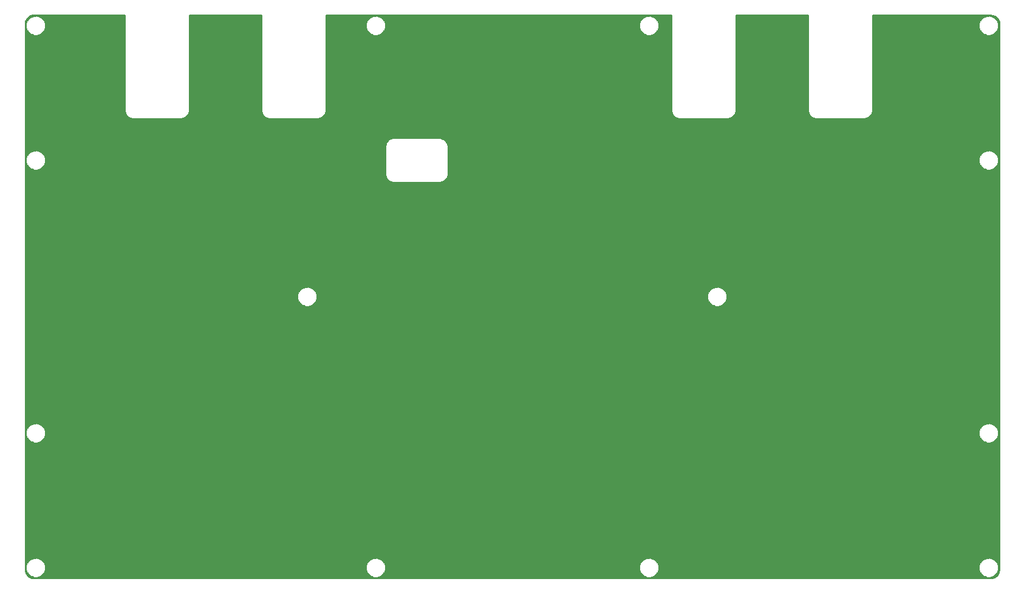
<source format=gtl>
G04 #@! TF.GenerationSoftware,KiCad,Pcbnew,5.0.2-bee76a0~70~ubuntu18.04.1*
G04 #@! TF.CreationDate,2018-12-19T04:06:27+09:00*
G04 #@! TF.ProjectId,modulo-ergo42-bottomplate,6d6f6475-6c6f-42d6-9572-676f34322d62,rev?*
G04 #@! TF.SameCoordinates,Original*
G04 #@! TF.FileFunction,Copper,L1,Top*
G04 #@! TF.FilePolarity,Positive*
%FSLAX46Y46*%
G04 Gerber Fmt 4.6, Leading zero omitted, Abs format (unit mm)*
G04 Created by KiCad (PCBNEW 5.0.2-bee76a0~70~ubuntu18.04.1) date 2018年12月19日 04時06分27秒*
%MOMM*%
%LPD*%
G01*
G04 APERTURE LIST*
G04 #@! TA.AperFunction,NonConductor*
%ADD10C,0.254000*%
G04 #@! TD*
G04 APERTURE END LIST*
D10*
G36*
X69140001Y-48329926D02*
X69153642Y-48398504D01*
X69153642Y-48398514D01*
X69192311Y-48592917D01*
X69254413Y-48742844D01*
X69298326Y-48848859D01*
X69408447Y-49013666D01*
X69506391Y-49111609D01*
X69604334Y-49209553D01*
X69769141Y-49319674D01*
X69919069Y-49381776D01*
X70025083Y-49425689D01*
X70219487Y-49464358D01*
X70219491Y-49464358D01*
X70288074Y-49478000D01*
X77031926Y-49478000D01*
X77100509Y-49464358D01*
X77100514Y-49464358D01*
X77294917Y-49425689D01*
X77444844Y-49363587D01*
X77550859Y-49319674D01*
X77715666Y-49209553D01*
X77813609Y-49111609D01*
X77911553Y-49013666D01*
X78021674Y-48848859D01*
X78112541Y-48629486D01*
X78127689Y-48592917D01*
X78166358Y-48398513D01*
X78166358Y-48398509D01*
X78180000Y-48329926D01*
X78180000Y-35000000D01*
X88190000Y-35000000D01*
X88190001Y-48329926D01*
X88203642Y-48398504D01*
X88203642Y-48398514D01*
X88242311Y-48592917D01*
X88304413Y-48742844D01*
X88348326Y-48848859D01*
X88458447Y-49013666D01*
X88556391Y-49111609D01*
X88654334Y-49209553D01*
X88819141Y-49319674D01*
X88969069Y-49381776D01*
X89075083Y-49425689D01*
X89269487Y-49464358D01*
X89269491Y-49464358D01*
X89338074Y-49478000D01*
X96081926Y-49478000D01*
X96150509Y-49464358D01*
X96150514Y-49464358D01*
X96344917Y-49425689D01*
X96494844Y-49363587D01*
X96600859Y-49319674D01*
X96765666Y-49209553D01*
X96863609Y-49111609D01*
X96961553Y-49013666D01*
X97071674Y-48848859D01*
X97162541Y-48629486D01*
X97177689Y-48592917D01*
X97216358Y-48398513D01*
X97216358Y-48398509D01*
X97230000Y-48329926D01*
X97230000Y-36241302D01*
X102730856Y-36241302D01*
X102743000Y-36483931D01*
X102743000Y-36726881D01*
X102756831Y-36760273D01*
X102758638Y-36796368D01*
X102917603Y-37180143D01*
X102932519Y-37184421D01*
X102955680Y-37240337D01*
X103348663Y-37633320D01*
X103404579Y-37656481D01*
X103408857Y-37671397D01*
X103637655Y-37753024D01*
X103862119Y-37846000D01*
X103898263Y-37846000D01*
X103932302Y-37858144D01*
X104174931Y-37846000D01*
X104417881Y-37846000D01*
X104451273Y-37832169D01*
X104487368Y-37830362D01*
X104871143Y-37671397D01*
X104875421Y-37656481D01*
X104931337Y-37633320D01*
X105324320Y-37240337D01*
X105347481Y-37184421D01*
X105362397Y-37180143D01*
X105444024Y-36951345D01*
X105537000Y-36726881D01*
X105537000Y-36690737D01*
X105549144Y-36656698D01*
X105537000Y-36414069D01*
X105537000Y-36241302D01*
X140830856Y-36241302D01*
X140843000Y-36483931D01*
X140843000Y-36726881D01*
X140856831Y-36760273D01*
X140858638Y-36796368D01*
X141017603Y-37180143D01*
X141032519Y-37184421D01*
X141055680Y-37240337D01*
X141448663Y-37633320D01*
X141504579Y-37656481D01*
X141508857Y-37671397D01*
X141737655Y-37753024D01*
X141962119Y-37846000D01*
X141998263Y-37846000D01*
X142032302Y-37858144D01*
X142274931Y-37846000D01*
X142517881Y-37846000D01*
X142551273Y-37832169D01*
X142587368Y-37830362D01*
X142971143Y-37671397D01*
X142975421Y-37656481D01*
X143031337Y-37633320D01*
X143424320Y-37240337D01*
X143447481Y-37184421D01*
X143462397Y-37180143D01*
X143544024Y-36951345D01*
X143637000Y-36726881D01*
X143637000Y-36690737D01*
X143649144Y-36656698D01*
X143637000Y-36414069D01*
X143637000Y-36171119D01*
X143623169Y-36137727D01*
X143621362Y-36101632D01*
X143462397Y-35717857D01*
X143447481Y-35713579D01*
X143424320Y-35657663D01*
X143031337Y-35264680D01*
X142975421Y-35241519D01*
X142971143Y-35226603D01*
X142742345Y-35144976D01*
X142517881Y-35052000D01*
X142481737Y-35052000D01*
X142447698Y-35039856D01*
X142205069Y-35052000D01*
X141962119Y-35052000D01*
X141928727Y-35065831D01*
X141892632Y-35067638D01*
X141508857Y-35226603D01*
X141504579Y-35241519D01*
X141448663Y-35264680D01*
X141055680Y-35657663D01*
X141032519Y-35713579D01*
X141017603Y-35717857D01*
X140935976Y-35946655D01*
X140843000Y-36171119D01*
X140843000Y-36207263D01*
X140830856Y-36241302D01*
X105537000Y-36241302D01*
X105537000Y-36171119D01*
X105523169Y-36137727D01*
X105521362Y-36101632D01*
X105362397Y-35717857D01*
X105347481Y-35713579D01*
X105324320Y-35657663D01*
X104931337Y-35264680D01*
X104875421Y-35241519D01*
X104871143Y-35226603D01*
X104642345Y-35144976D01*
X104417881Y-35052000D01*
X104381737Y-35052000D01*
X104347698Y-35039856D01*
X104105069Y-35052000D01*
X103862119Y-35052000D01*
X103828727Y-35065831D01*
X103792632Y-35067638D01*
X103408857Y-35226603D01*
X103404579Y-35241519D01*
X103348663Y-35264680D01*
X102955680Y-35657663D01*
X102932519Y-35713579D01*
X102917603Y-35717857D01*
X102835976Y-35946655D01*
X102743000Y-36171119D01*
X102743000Y-36207263D01*
X102730856Y-36241302D01*
X97230000Y-36241302D01*
X97230000Y-35000000D01*
X145340000Y-35000000D01*
X145340001Y-48329926D01*
X145353642Y-48398504D01*
X145353642Y-48398514D01*
X145392311Y-48592917D01*
X145454413Y-48742844D01*
X145498326Y-48848859D01*
X145608447Y-49013666D01*
X145706391Y-49111609D01*
X145804334Y-49209553D01*
X145969141Y-49319674D01*
X146119069Y-49381776D01*
X146225083Y-49425689D01*
X146419487Y-49464358D01*
X146419491Y-49464358D01*
X146488074Y-49478000D01*
X153231926Y-49478000D01*
X153300509Y-49464358D01*
X153300514Y-49464358D01*
X153494917Y-49425689D01*
X153644844Y-49363587D01*
X153750859Y-49319674D01*
X153915666Y-49209553D01*
X154013609Y-49111609D01*
X154111553Y-49013666D01*
X154221674Y-48848859D01*
X154312541Y-48629486D01*
X154327689Y-48592917D01*
X154366358Y-48398513D01*
X154366358Y-48398509D01*
X154380000Y-48329926D01*
X154380000Y-35000000D01*
X164390000Y-35000000D01*
X164390001Y-48329926D01*
X164403642Y-48398504D01*
X164403642Y-48398514D01*
X164442311Y-48592917D01*
X164504413Y-48742844D01*
X164548326Y-48848859D01*
X164658447Y-49013666D01*
X164756391Y-49111609D01*
X164854334Y-49209553D01*
X165019141Y-49319674D01*
X165169069Y-49381776D01*
X165275083Y-49425689D01*
X165469487Y-49464358D01*
X165469491Y-49464358D01*
X165538074Y-49478000D01*
X172281926Y-49478000D01*
X172350509Y-49464358D01*
X172350514Y-49464358D01*
X172544917Y-49425689D01*
X172694844Y-49363587D01*
X172800859Y-49319674D01*
X172965666Y-49209553D01*
X173063609Y-49111609D01*
X173161553Y-49013666D01*
X173271674Y-48848859D01*
X173362541Y-48629486D01*
X173377689Y-48592917D01*
X173416358Y-48398513D01*
X173416358Y-48398509D01*
X173430000Y-48329926D01*
X173430000Y-36241302D01*
X188201856Y-36241302D01*
X188214000Y-36483931D01*
X188214000Y-36726881D01*
X188227831Y-36760273D01*
X188229638Y-36796368D01*
X188388603Y-37180143D01*
X188403519Y-37184421D01*
X188426680Y-37240337D01*
X188819663Y-37633320D01*
X188875579Y-37656481D01*
X188879857Y-37671397D01*
X189108655Y-37753024D01*
X189333119Y-37846000D01*
X189369263Y-37846000D01*
X189403302Y-37858144D01*
X189645931Y-37846000D01*
X189888881Y-37846000D01*
X189922273Y-37832169D01*
X189958368Y-37830362D01*
X190342143Y-37671397D01*
X190346421Y-37656481D01*
X190402337Y-37633320D01*
X190795320Y-37240337D01*
X190818481Y-37184421D01*
X190833397Y-37180143D01*
X190915024Y-36951345D01*
X191008000Y-36726881D01*
X191008000Y-36690737D01*
X191020144Y-36656698D01*
X191008000Y-36414069D01*
X191008000Y-36171119D01*
X190994169Y-36137727D01*
X190992362Y-36101632D01*
X190833397Y-35717857D01*
X190818481Y-35713579D01*
X190795320Y-35657663D01*
X190402337Y-35264680D01*
X190346421Y-35241519D01*
X190342143Y-35226603D01*
X190113345Y-35144976D01*
X189888881Y-35052000D01*
X189852737Y-35052000D01*
X189818698Y-35039856D01*
X189576069Y-35052000D01*
X189333119Y-35052000D01*
X189299727Y-35065831D01*
X189263632Y-35067638D01*
X188879857Y-35226603D01*
X188875579Y-35241519D01*
X188819663Y-35264680D01*
X188426680Y-35657663D01*
X188403519Y-35713579D01*
X188388603Y-35717857D01*
X188306976Y-35946655D01*
X188214000Y-36171119D01*
X188214000Y-36207263D01*
X188201856Y-36241302D01*
X173430000Y-36241302D01*
X173430000Y-35000000D01*
X189814420Y-35000000D01*
X190198364Y-35054985D01*
X190504928Y-35194372D01*
X190760050Y-35414199D01*
X190943218Y-35696792D01*
X191046743Y-36042959D01*
X191060000Y-36221350D01*
X191060001Y-112344413D01*
X191005015Y-112728364D01*
X190865628Y-113034928D01*
X190645804Y-113290047D01*
X190363207Y-113473218D01*
X190017043Y-113576743D01*
X189838649Y-113590000D01*
X56565580Y-113590000D01*
X56181636Y-113535015D01*
X55875072Y-113395628D01*
X55619953Y-113175804D01*
X55436782Y-112893207D01*
X55333257Y-112547043D01*
X55320000Y-112368649D01*
X55320000Y-111933302D01*
X55359856Y-111933302D01*
X55372000Y-112175931D01*
X55372000Y-112418881D01*
X55385831Y-112452273D01*
X55387638Y-112488368D01*
X55546603Y-112872143D01*
X55561519Y-112876421D01*
X55584680Y-112932337D01*
X55977663Y-113325320D01*
X56033579Y-113348481D01*
X56037857Y-113363397D01*
X56266655Y-113445024D01*
X56491119Y-113538000D01*
X56527263Y-113538000D01*
X56561302Y-113550144D01*
X56803931Y-113538000D01*
X57046881Y-113538000D01*
X57080273Y-113524169D01*
X57116368Y-113522362D01*
X57500143Y-113363397D01*
X57504421Y-113348481D01*
X57560337Y-113325320D01*
X57953320Y-112932337D01*
X57976481Y-112876421D01*
X57991397Y-112872143D01*
X58073024Y-112643345D01*
X58166000Y-112418881D01*
X58166000Y-112382737D01*
X58178144Y-112348698D01*
X58166000Y-112106069D01*
X58166000Y-111933302D01*
X102730856Y-111933302D01*
X102743000Y-112175931D01*
X102743000Y-112418881D01*
X102756831Y-112452273D01*
X102758638Y-112488368D01*
X102917603Y-112872143D01*
X102932519Y-112876421D01*
X102955680Y-112932337D01*
X103348663Y-113325320D01*
X103404579Y-113348481D01*
X103408857Y-113363397D01*
X103637655Y-113445024D01*
X103862119Y-113538000D01*
X103898263Y-113538000D01*
X103932302Y-113550144D01*
X104174931Y-113538000D01*
X104417881Y-113538000D01*
X104451273Y-113524169D01*
X104487368Y-113522362D01*
X104871143Y-113363397D01*
X104875421Y-113348481D01*
X104931337Y-113325320D01*
X105324320Y-112932337D01*
X105347481Y-112876421D01*
X105362397Y-112872143D01*
X105444024Y-112643345D01*
X105537000Y-112418881D01*
X105537000Y-112382737D01*
X105549144Y-112348698D01*
X105537000Y-112106069D01*
X105537000Y-111933302D01*
X140830856Y-111933302D01*
X140843000Y-112175931D01*
X140843000Y-112418881D01*
X140856831Y-112452273D01*
X140858638Y-112488368D01*
X141017603Y-112872143D01*
X141032519Y-112876421D01*
X141055680Y-112932337D01*
X141448663Y-113325320D01*
X141504579Y-113348481D01*
X141508857Y-113363397D01*
X141737655Y-113445024D01*
X141962119Y-113538000D01*
X141998263Y-113538000D01*
X142032302Y-113550144D01*
X142274931Y-113538000D01*
X142517881Y-113538000D01*
X142551273Y-113524169D01*
X142587368Y-113522362D01*
X142971143Y-113363397D01*
X142975421Y-113348481D01*
X143031337Y-113325320D01*
X143424320Y-112932337D01*
X143447481Y-112876421D01*
X143462397Y-112872143D01*
X143544024Y-112643345D01*
X143637000Y-112418881D01*
X143637000Y-112382737D01*
X143649144Y-112348698D01*
X143637000Y-112106069D01*
X143637000Y-111933302D01*
X188201856Y-111933302D01*
X188214000Y-112175931D01*
X188214000Y-112418881D01*
X188227831Y-112452273D01*
X188229638Y-112488368D01*
X188388603Y-112872143D01*
X188403519Y-112876421D01*
X188426680Y-112932337D01*
X188819663Y-113325320D01*
X188875579Y-113348481D01*
X188879857Y-113363397D01*
X189108655Y-113445024D01*
X189333119Y-113538000D01*
X189369263Y-113538000D01*
X189403302Y-113550144D01*
X189645931Y-113538000D01*
X189888881Y-113538000D01*
X189922273Y-113524169D01*
X189958368Y-113522362D01*
X190342143Y-113363397D01*
X190346421Y-113348481D01*
X190402337Y-113325320D01*
X190795320Y-112932337D01*
X190818481Y-112876421D01*
X190833397Y-112872143D01*
X190915024Y-112643345D01*
X191008000Y-112418881D01*
X191008000Y-112382737D01*
X191020144Y-112348698D01*
X191008000Y-112106069D01*
X191008000Y-111863119D01*
X190994169Y-111829727D01*
X190992362Y-111793632D01*
X190833397Y-111409857D01*
X190818481Y-111405579D01*
X190795320Y-111349663D01*
X190402337Y-110956680D01*
X190346421Y-110933519D01*
X190342143Y-110918603D01*
X190113345Y-110836976D01*
X189888881Y-110744000D01*
X189852737Y-110744000D01*
X189818698Y-110731856D01*
X189576069Y-110744000D01*
X189333119Y-110744000D01*
X189299727Y-110757831D01*
X189263632Y-110759638D01*
X188879857Y-110918603D01*
X188875579Y-110933519D01*
X188819663Y-110956680D01*
X188426680Y-111349663D01*
X188403519Y-111405579D01*
X188388603Y-111409857D01*
X188306976Y-111638655D01*
X188214000Y-111863119D01*
X188214000Y-111899263D01*
X188201856Y-111933302D01*
X143637000Y-111933302D01*
X143637000Y-111863119D01*
X143623169Y-111829727D01*
X143621362Y-111793632D01*
X143462397Y-111409857D01*
X143447481Y-111405579D01*
X143424320Y-111349663D01*
X143031337Y-110956680D01*
X142975421Y-110933519D01*
X142971143Y-110918603D01*
X142742345Y-110836976D01*
X142517881Y-110744000D01*
X142481737Y-110744000D01*
X142447698Y-110731856D01*
X142205069Y-110744000D01*
X141962119Y-110744000D01*
X141928727Y-110757831D01*
X141892632Y-110759638D01*
X141508857Y-110918603D01*
X141504579Y-110933519D01*
X141448663Y-110956680D01*
X141055680Y-111349663D01*
X141032519Y-111405579D01*
X141017603Y-111409857D01*
X140935976Y-111638655D01*
X140843000Y-111863119D01*
X140843000Y-111899263D01*
X140830856Y-111933302D01*
X105537000Y-111933302D01*
X105537000Y-111863119D01*
X105523169Y-111829727D01*
X105521362Y-111793632D01*
X105362397Y-111409857D01*
X105347481Y-111405579D01*
X105324320Y-111349663D01*
X104931337Y-110956680D01*
X104875421Y-110933519D01*
X104871143Y-110918603D01*
X104642345Y-110836976D01*
X104417881Y-110744000D01*
X104381737Y-110744000D01*
X104347698Y-110731856D01*
X104105069Y-110744000D01*
X103862119Y-110744000D01*
X103828727Y-110757831D01*
X103792632Y-110759638D01*
X103408857Y-110918603D01*
X103404579Y-110933519D01*
X103348663Y-110956680D01*
X102955680Y-111349663D01*
X102932519Y-111405579D01*
X102917603Y-111409857D01*
X102835976Y-111638655D01*
X102743000Y-111863119D01*
X102743000Y-111899263D01*
X102730856Y-111933302D01*
X58166000Y-111933302D01*
X58166000Y-111863119D01*
X58152169Y-111829727D01*
X58150362Y-111793632D01*
X57991397Y-111409857D01*
X57976481Y-111405579D01*
X57953320Y-111349663D01*
X57560337Y-110956680D01*
X57504421Y-110933519D01*
X57500143Y-110918603D01*
X57271345Y-110836976D01*
X57046881Y-110744000D01*
X57010737Y-110744000D01*
X56976698Y-110731856D01*
X56734069Y-110744000D01*
X56491119Y-110744000D01*
X56457727Y-110757831D01*
X56421632Y-110759638D01*
X56037857Y-110918603D01*
X56033579Y-110933519D01*
X55977663Y-110956680D01*
X55584680Y-111349663D01*
X55561519Y-111405579D01*
X55546603Y-111409857D01*
X55464976Y-111638655D01*
X55372000Y-111863119D01*
X55372000Y-111899263D01*
X55359856Y-111933302D01*
X55320000Y-111933302D01*
X55320000Y-93137302D01*
X55359856Y-93137302D01*
X55372000Y-93379931D01*
X55372000Y-93622881D01*
X55385831Y-93656273D01*
X55387638Y-93692368D01*
X55546603Y-94076143D01*
X55561519Y-94080421D01*
X55584680Y-94136337D01*
X55977663Y-94529320D01*
X56033579Y-94552481D01*
X56037857Y-94567397D01*
X56266655Y-94649024D01*
X56491119Y-94742000D01*
X56527263Y-94742000D01*
X56561302Y-94754144D01*
X56803931Y-94742000D01*
X57046881Y-94742000D01*
X57080273Y-94728169D01*
X57116368Y-94726362D01*
X57500143Y-94567397D01*
X57504421Y-94552481D01*
X57560337Y-94529320D01*
X57953320Y-94136337D01*
X57976481Y-94080421D01*
X57991397Y-94076143D01*
X58073024Y-93847345D01*
X58166000Y-93622881D01*
X58166000Y-93586737D01*
X58178144Y-93552698D01*
X58166000Y-93310069D01*
X58166000Y-93137302D01*
X188201856Y-93137302D01*
X188214000Y-93379931D01*
X188214000Y-93622881D01*
X188227831Y-93656273D01*
X188229638Y-93692368D01*
X188388603Y-94076143D01*
X188403519Y-94080421D01*
X188426680Y-94136337D01*
X188819663Y-94529320D01*
X188875579Y-94552481D01*
X188879857Y-94567397D01*
X189108655Y-94649024D01*
X189333119Y-94742000D01*
X189369263Y-94742000D01*
X189403302Y-94754144D01*
X189645931Y-94742000D01*
X189888881Y-94742000D01*
X189922273Y-94728169D01*
X189958368Y-94726362D01*
X190342143Y-94567397D01*
X190346421Y-94552481D01*
X190402337Y-94529320D01*
X190795320Y-94136337D01*
X190818481Y-94080421D01*
X190833397Y-94076143D01*
X190915024Y-93847345D01*
X191008000Y-93622881D01*
X191008000Y-93586737D01*
X191020144Y-93552698D01*
X191008000Y-93310069D01*
X191008000Y-93067119D01*
X190994169Y-93033727D01*
X190992362Y-92997632D01*
X190833397Y-92613857D01*
X190818481Y-92609579D01*
X190795320Y-92553663D01*
X190402337Y-92160680D01*
X190346421Y-92137519D01*
X190342143Y-92122603D01*
X190113345Y-92040976D01*
X189888881Y-91948000D01*
X189852737Y-91948000D01*
X189818698Y-91935856D01*
X189576069Y-91948000D01*
X189333119Y-91948000D01*
X189299727Y-91961831D01*
X189263632Y-91963638D01*
X188879857Y-92122603D01*
X188875579Y-92137519D01*
X188819663Y-92160680D01*
X188426680Y-92553663D01*
X188403519Y-92609579D01*
X188388603Y-92613857D01*
X188306976Y-92842655D01*
X188214000Y-93067119D01*
X188214000Y-93103263D01*
X188201856Y-93137302D01*
X58166000Y-93137302D01*
X58166000Y-93067119D01*
X58152169Y-93033727D01*
X58150362Y-92997632D01*
X57991397Y-92613857D01*
X57976481Y-92609579D01*
X57953320Y-92553663D01*
X57560337Y-92160680D01*
X57504421Y-92137519D01*
X57500143Y-92122603D01*
X57271345Y-92040976D01*
X57046881Y-91948000D01*
X57010737Y-91948000D01*
X56976698Y-91935856D01*
X56734069Y-91948000D01*
X56491119Y-91948000D01*
X56457727Y-91961831D01*
X56421632Y-91963638D01*
X56037857Y-92122603D01*
X56033579Y-92137519D01*
X55977663Y-92160680D01*
X55584680Y-92553663D01*
X55561519Y-92609579D01*
X55546603Y-92613857D01*
X55464976Y-92842655D01*
X55372000Y-93067119D01*
X55372000Y-93103263D01*
X55359856Y-93137302D01*
X55320000Y-93137302D01*
X55320000Y-74087302D01*
X93205856Y-74087302D01*
X93218000Y-74329931D01*
X93218000Y-74572881D01*
X93231831Y-74606273D01*
X93233638Y-74642368D01*
X93392603Y-75026143D01*
X93407519Y-75030421D01*
X93430680Y-75086337D01*
X93823663Y-75479320D01*
X93879579Y-75502481D01*
X93883857Y-75517397D01*
X94112655Y-75599024D01*
X94337119Y-75692000D01*
X94373263Y-75692000D01*
X94407302Y-75704144D01*
X94649931Y-75692000D01*
X94892881Y-75692000D01*
X94926273Y-75678169D01*
X94962368Y-75676362D01*
X95346143Y-75517397D01*
X95350421Y-75502481D01*
X95406337Y-75479320D01*
X95799320Y-75086337D01*
X95822481Y-75030421D01*
X95837397Y-75026143D01*
X95919024Y-74797345D01*
X96012000Y-74572881D01*
X96012000Y-74536737D01*
X96024144Y-74502698D01*
X96012000Y-74260069D01*
X96012000Y-74087302D01*
X150355856Y-74087302D01*
X150368000Y-74329931D01*
X150368000Y-74572881D01*
X150381831Y-74606273D01*
X150383638Y-74642368D01*
X150542603Y-75026143D01*
X150557519Y-75030421D01*
X150580680Y-75086337D01*
X150973663Y-75479320D01*
X151029579Y-75502481D01*
X151033857Y-75517397D01*
X151262655Y-75599024D01*
X151487119Y-75692000D01*
X151523263Y-75692000D01*
X151557302Y-75704144D01*
X151799931Y-75692000D01*
X152042881Y-75692000D01*
X152076273Y-75678169D01*
X152112368Y-75676362D01*
X152496143Y-75517397D01*
X152500421Y-75502481D01*
X152556337Y-75479320D01*
X152949320Y-75086337D01*
X152972481Y-75030421D01*
X152987397Y-75026143D01*
X153069024Y-74797345D01*
X153162000Y-74572881D01*
X153162000Y-74536737D01*
X153174144Y-74502698D01*
X153162000Y-74260069D01*
X153162000Y-74017119D01*
X153148169Y-73983727D01*
X153146362Y-73947632D01*
X152987397Y-73563857D01*
X152972481Y-73559579D01*
X152949320Y-73503663D01*
X152556337Y-73110680D01*
X152500421Y-73087519D01*
X152496143Y-73072603D01*
X152267345Y-72990976D01*
X152042881Y-72898000D01*
X152006737Y-72898000D01*
X151972698Y-72885856D01*
X151730069Y-72898000D01*
X151487119Y-72898000D01*
X151453727Y-72911831D01*
X151417632Y-72913638D01*
X151033857Y-73072603D01*
X151029579Y-73087519D01*
X150973663Y-73110680D01*
X150580680Y-73503663D01*
X150557519Y-73559579D01*
X150542603Y-73563857D01*
X150460976Y-73792655D01*
X150368000Y-74017119D01*
X150368000Y-74053263D01*
X150355856Y-74087302D01*
X96012000Y-74087302D01*
X96012000Y-74017119D01*
X95998169Y-73983727D01*
X95996362Y-73947632D01*
X95837397Y-73563857D01*
X95822481Y-73559579D01*
X95799320Y-73503663D01*
X95406337Y-73110680D01*
X95350421Y-73087519D01*
X95346143Y-73072603D01*
X95117345Y-72990976D01*
X94892881Y-72898000D01*
X94856737Y-72898000D01*
X94822698Y-72885856D01*
X94580069Y-72898000D01*
X94337119Y-72898000D01*
X94303727Y-72911831D01*
X94267632Y-72913638D01*
X93883857Y-73072603D01*
X93879579Y-73087519D01*
X93823663Y-73110680D01*
X93430680Y-73503663D01*
X93407519Y-73559579D01*
X93392603Y-73563857D01*
X93310976Y-73792655D01*
X93218000Y-74017119D01*
X93218000Y-74053263D01*
X93205856Y-74087302D01*
X55320000Y-74087302D01*
X55320000Y-55037302D01*
X55359856Y-55037302D01*
X55372000Y-55279931D01*
X55372000Y-55522881D01*
X55385831Y-55556273D01*
X55387638Y-55592368D01*
X55546603Y-55976143D01*
X55561519Y-55980421D01*
X55584680Y-56036337D01*
X55977663Y-56429320D01*
X56033579Y-56452481D01*
X56037857Y-56467397D01*
X56266655Y-56549024D01*
X56491119Y-56642000D01*
X56527263Y-56642000D01*
X56561302Y-56654144D01*
X56803931Y-56642000D01*
X57046881Y-56642000D01*
X57080273Y-56628169D01*
X57116368Y-56626362D01*
X57500143Y-56467397D01*
X57504421Y-56452481D01*
X57560337Y-56429320D01*
X57953320Y-56036337D01*
X57976481Y-55980421D01*
X57991397Y-55976143D01*
X58073024Y-55747345D01*
X58166000Y-55522881D01*
X58166000Y-55486737D01*
X58178144Y-55452698D01*
X58166000Y-55210069D01*
X58166000Y-54967119D01*
X58152169Y-54933727D01*
X58150362Y-54897632D01*
X57991397Y-54513857D01*
X57976481Y-54509579D01*
X57953320Y-54453663D01*
X57560337Y-54060680D01*
X57504421Y-54037519D01*
X57500143Y-54022603D01*
X57271345Y-53940976D01*
X57046881Y-53848000D01*
X57010737Y-53848000D01*
X56976698Y-53835856D01*
X56734069Y-53848000D01*
X56491119Y-53848000D01*
X56457727Y-53861831D01*
X56421632Y-53863638D01*
X56037857Y-54022603D01*
X56033579Y-54037519D01*
X55977663Y-54060680D01*
X55584680Y-54453663D01*
X55561519Y-54509579D01*
X55546603Y-54513857D01*
X55464976Y-54742655D01*
X55372000Y-54967119D01*
X55372000Y-55003263D01*
X55359856Y-55037302D01*
X55320000Y-55037302D01*
X55320000Y-53270075D01*
X105462000Y-53270075D01*
X105462001Y-57219926D01*
X105475642Y-57288504D01*
X105475642Y-57288514D01*
X105514311Y-57482917D01*
X105576413Y-57632844D01*
X105620326Y-57738859D01*
X105730447Y-57903666D01*
X105828391Y-58001609D01*
X105926334Y-58099553D01*
X106091141Y-58209674D01*
X106241069Y-58271776D01*
X106347083Y-58315689D01*
X106541487Y-58354358D01*
X106541491Y-58354358D01*
X106610074Y-58368000D01*
X113099926Y-58368000D01*
X113168509Y-58354358D01*
X113168514Y-58354358D01*
X113362917Y-58315689D01*
X113512844Y-58253587D01*
X113618859Y-58209674D01*
X113783666Y-58099553D01*
X113881609Y-58001609D01*
X113979553Y-57903666D01*
X114089674Y-57738859D01*
X114180541Y-57519486D01*
X114195689Y-57482917D01*
X114234358Y-57288513D01*
X114234358Y-57288509D01*
X114248000Y-57219926D01*
X114248000Y-55037302D01*
X188201856Y-55037302D01*
X188214000Y-55279931D01*
X188214000Y-55522881D01*
X188227831Y-55556273D01*
X188229638Y-55592368D01*
X188388603Y-55976143D01*
X188403519Y-55980421D01*
X188426680Y-56036337D01*
X188819663Y-56429320D01*
X188875579Y-56452481D01*
X188879857Y-56467397D01*
X189108655Y-56549024D01*
X189333119Y-56642000D01*
X189369263Y-56642000D01*
X189403302Y-56654144D01*
X189645931Y-56642000D01*
X189888881Y-56642000D01*
X189922273Y-56628169D01*
X189958368Y-56626362D01*
X190342143Y-56467397D01*
X190346421Y-56452481D01*
X190402337Y-56429320D01*
X190795320Y-56036337D01*
X190818481Y-55980421D01*
X190833397Y-55976143D01*
X190915024Y-55747345D01*
X191008000Y-55522881D01*
X191008000Y-55486737D01*
X191020144Y-55452698D01*
X191008000Y-55210069D01*
X191008000Y-54967119D01*
X190994169Y-54933727D01*
X190992362Y-54897632D01*
X190833397Y-54513857D01*
X190818481Y-54509579D01*
X190795320Y-54453663D01*
X190402337Y-54060680D01*
X190346421Y-54037519D01*
X190342143Y-54022603D01*
X190113345Y-53940976D01*
X189888881Y-53848000D01*
X189852737Y-53848000D01*
X189818698Y-53835856D01*
X189576069Y-53848000D01*
X189333119Y-53848000D01*
X189299727Y-53861831D01*
X189263632Y-53863638D01*
X188879857Y-54022603D01*
X188875579Y-54037519D01*
X188819663Y-54060680D01*
X188426680Y-54453663D01*
X188403519Y-54509579D01*
X188388603Y-54513857D01*
X188306976Y-54742655D01*
X188214000Y-54967119D01*
X188214000Y-55003263D01*
X188201856Y-55037302D01*
X114248000Y-55037302D01*
X114248000Y-53270074D01*
X114234358Y-53201491D01*
X114234358Y-53201487D01*
X114195689Y-53007083D01*
X114151776Y-52901069D01*
X114089674Y-52751141D01*
X113979553Y-52586334D01*
X113842457Y-52449239D01*
X113783666Y-52390447D01*
X113618859Y-52280326D01*
X113512844Y-52236413D01*
X113362917Y-52174311D01*
X113168514Y-52135642D01*
X113168509Y-52135642D01*
X113099926Y-52122000D01*
X106610074Y-52122000D01*
X106541491Y-52135642D01*
X106541487Y-52135642D01*
X106347083Y-52174311D01*
X106241069Y-52218224D01*
X106091141Y-52280326D01*
X105926334Y-52390447D01*
X105867543Y-52449239D01*
X105730447Y-52586334D01*
X105620326Y-52751141D01*
X105588441Y-52828119D01*
X105514311Y-53007083D01*
X105475642Y-53201486D01*
X105475642Y-53201492D01*
X105462000Y-53270075D01*
X55320000Y-53270075D01*
X55320000Y-36245580D01*
X55320612Y-36241302D01*
X55359856Y-36241302D01*
X55372000Y-36483931D01*
X55372000Y-36726881D01*
X55385831Y-36760273D01*
X55387638Y-36796368D01*
X55546603Y-37180143D01*
X55561519Y-37184421D01*
X55584680Y-37240337D01*
X55977663Y-37633320D01*
X56033579Y-37656481D01*
X56037857Y-37671397D01*
X56266655Y-37753024D01*
X56491119Y-37846000D01*
X56527263Y-37846000D01*
X56561302Y-37858144D01*
X56803931Y-37846000D01*
X57046881Y-37846000D01*
X57080273Y-37832169D01*
X57116368Y-37830362D01*
X57500143Y-37671397D01*
X57504421Y-37656481D01*
X57560337Y-37633320D01*
X57953320Y-37240337D01*
X57976481Y-37184421D01*
X57991397Y-37180143D01*
X58073024Y-36951345D01*
X58166000Y-36726881D01*
X58166000Y-36690737D01*
X58178144Y-36656698D01*
X58166000Y-36414069D01*
X58166000Y-36171119D01*
X58152169Y-36137727D01*
X58150362Y-36101632D01*
X57991397Y-35717857D01*
X57976481Y-35713579D01*
X57953320Y-35657663D01*
X57560337Y-35264680D01*
X57504421Y-35241519D01*
X57500143Y-35226603D01*
X57271345Y-35144976D01*
X57046881Y-35052000D01*
X57010737Y-35052000D01*
X56976698Y-35039856D01*
X56734069Y-35052000D01*
X56491119Y-35052000D01*
X56457727Y-35065831D01*
X56421632Y-35067638D01*
X56037857Y-35226603D01*
X56033579Y-35241519D01*
X55977663Y-35264680D01*
X55584680Y-35657663D01*
X55561519Y-35713579D01*
X55546603Y-35717857D01*
X55464976Y-35946655D01*
X55372000Y-36171119D01*
X55372000Y-36207263D01*
X55359856Y-36241302D01*
X55320612Y-36241302D01*
X55374985Y-35861636D01*
X55514372Y-35555072D01*
X55734199Y-35299950D01*
X56016792Y-35116782D01*
X56362959Y-35013257D01*
X56541350Y-35000000D01*
X69140000Y-35000000D01*
X69140001Y-48329926D01*
X69140001Y-48329926D01*
G37*
X69140001Y-48329926D02*
X69153642Y-48398504D01*
X69153642Y-48398514D01*
X69192311Y-48592917D01*
X69254413Y-48742844D01*
X69298326Y-48848859D01*
X69408447Y-49013666D01*
X69506391Y-49111609D01*
X69604334Y-49209553D01*
X69769141Y-49319674D01*
X69919069Y-49381776D01*
X70025083Y-49425689D01*
X70219487Y-49464358D01*
X70219491Y-49464358D01*
X70288074Y-49478000D01*
X77031926Y-49478000D01*
X77100509Y-49464358D01*
X77100514Y-49464358D01*
X77294917Y-49425689D01*
X77444844Y-49363587D01*
X77550859Y-49319674D01*
X77715666Y-49209553D01*
X77813609Y-49111609D01*
X77911553Y-49013666D01*
X78021674Y-48848859D01*
X78112541Y-48629486D01*
X78127689Y-48592917D01*
X78166358Y-48398513D01*
X78166358Y-48398509D01*
X78180000Y-48329926D01*
X78180000Y-35000000D01*
X88190000Y-35000000D01*
X88190001Y-48329926D01*
X88203642Y-48398504D01*
X88203642Y-48398514D01*
X88242311Y-48592917D01*
X88304413Y-48742844D01*
X88348326Y-48848859D01*
X88458447Y-49013666D01*
X88556391Y-49111609D01*
X88654334Y-49209553D01*
X88819141Y-49319674D01*
X88969069Y-49381776D01*
X89075083Y-49425689D01*
X89269487Y-49464358D01*
X89269491Y-49464358D01*
X89338074Y-49478000D01*
X96081926Y-49478000D01*
X96150509Y-49464358D01*
X96150514Y-49464358D01*
X96344917Y-49425689D01*
X96494844Y-49363587D01*
X96600859Y-49319674D01*
X96765666Y-49209553D01*
X96863609Y-49111609D01*
X96961553Y-49013666D01*
X97071674Y-48848859D01*
X97162541Y-48629486D01*
X97177689Y-48592917D01*
X97216358Y-48398513D01*
X97216358Y-48398509D01*
X97230000Y-48329926D01*
X97230000Y-36241302D01*
X102730856Y-36241302D01*
X102743000Y-36483931D01*
X102743000Y-36726881D01*
X102756831Y-36760273D01*
X102758638Y-36796368D01*
X102917603Y-37180143D01*
X102932519Y-37184421D01*
X102955680Y-37240337D01*
X103348663Y-37633320D01*
X103404579Y-37656481D01*
X103408857Y-37671397D01*
X103637655Y-37753024D01*
X103862119Y-37846000D01*
X103898263Y-37846000D01*
X103932302Y-37858144D01*
X104174931Y-37846000D01*
X104417881Y-37846000D01*
X104451273Y-37832169D01*
X104487368Y-37830362D01*
X104871143Y-37671397D01*
X104875421Y-37656481D01*
X104931337Y-37633320D01*
X105324320Y-37240337D01*
X105347481Y-37184421D01*
X105362397Y-37180143D01*
X105444024Y-36951345D01*
X105537000Y-36726881D01*
X105537000Y-36690737D01*
X105549144Y-36656698D01*
X105537000Y-36414069D01*
X105537000Y-36241302D01*
X140830856Y-36241302D01*
X140843000Y-36483931D01*
X140843000Y-36726881D01*
X140856831Y-36760273D01*
X140858638Y-36796368D01*
X141017603Y-37180143D01*
X141032519Y-37184421D01*
X141055680Y-37240337D01*
X141448663Y-37633320D01*
X141504579Y-37656481D01*
X141508857Y-37671397D01*
X141737655Y-37753024D01*
X141962119Y-37846000D01*
X141998263Y-37846000D01*
X142032302Y-37858144D01*
X142274931Y-37846000D01*
X142517881Y-37846000D01*
X142551273Y-37832169D01*
X142587368Y-37830362D01*
X142971143Y-37671397D01*
X142975421Y-37656481D01*
X143031337Y-37633320D01*
X143424320Y-37240337D01*
X143447481Y-37184421D01*
X143462397Y-37180143D01*
X143544024Y-36951345D01*
X143637000Y-36726881D01*
X143637000Y-36690737D01*
X143649144Y-36656698D01*
X143637000Y-36414069D01*
X143637000Y-36171119D01*
X143623169Y-36137727D01*
X143621362Y-36101632D01*
X143462397Y-35717857D01*
X143447481Y-35713579D01*
X143424320Y-35657663D01*
X143031337Y-35264680D01*
X142975421Y-35241519D01*
X142971143Y-35226603D01*
X142742345Y-35144976D01*
X142517881Y-35052000D01*
X142481737Y-35052000D01*
X142447698Y-35039856D01*
X142205069Y-35052000D01*
X141962119Y-35052000D01*
X141928727Y-35065831D01*
X141892632Y-35067638D01*
X141508857Y-35226603D01*
X141504579Y-35241519D01*
X141448663Y-35264680D01*
X141055680Y-35657663D01*
X141032519Y-35713579D01*
X141017603Y-35717857D01*
X140935976Y-35946655D01*
X140843000Y-36171119D01*
X140843000Y-36207263D01*
X140830856Y-36241302D01*
X105537000Y-36241302D01*
X105537000Y-36171119D01*
X105523169Y-36137727D01*
X105521362Y-36101632D01*
X105362397Y-35717857D01*
X105347481Y-35713579D01*
X105324320Y-35657663D01*
X104931337Y-35264680D01*
X104875421Y-35241519D01*
X104871143Y-35226603D01*
X104642345Y-35144976D01*
X104417881Y-35052000D01*
X104381737Y-35052000D01*
X104347698Y-35039856D01*
X104105069Y-35052000D01*
X103862119Y-35052000D01*
X103828727Y-35065831D01*
X103792632Y-35067638D01*
X103408857Y-35226603D01*
X103404579Y-35241519D01*
X103348663Y-35264680D01*
X102955680Y-35657663D01*
X102932519Y-35713579D01*
X102917603Y-35717857D01*
X102835976Y-35946655D01*
X102743000Y-36171119D01*
X102743000Y-36207263D01*
X102730856Y-36241302D01*
X97230000Y-36241302D01*
X97230000Y-35000000D01*
X145340000Y-35000000D01*
X145340001Y-48329926D01*
X145353642Y-48398504D01*
X145353642Y-48398514D01*
X145392311Y-48592917D01*
X145454413Y-48742844D01*
X145498326Y-48848859D01*
X145608447Y-49013666D01*
X145706391Y-49111609D01*
X145804334Y-49209553D01*
X145969141Y-49319674D01*
X146119069Y-49381776D01*
X146225083Y-49425689D01*
X146419487Y-49464358D01*
X146419491Y-49464358D01*
X146488074Y-49478000D01*
X153231926Y-49478000D01*
X153300509Y-49464358D01*
X153300514Y-49464358D01*
X153494917Y-49425689D01*
X153644844Y-49363587D01*
X153750859Y-49319674D01*
X153915666Y-49209553D01*
X154013609Y-49111609D01*
X154111553Y-49013666D01*
X154221674Y-48848859D01*
X154312541Y-48629486D01*
X154327689Y-48592917D01*
X154366358Y-48398513D01*
X154366358Y-48398509D01*
X154380000Y-48329926D01*
X154380000Y-35000000D01*
X164390000Y-35000000D01*
X164390001Y-48329926D01*
X164403642Y-48398504D01*
X164403642Y-48398514D01*
X164442311Y-48592917D01*
X164504413Y-48742844D01*
X164548326Y-48848859D01*
X164658447Y-49013666D01*
X164756391Y-49111609D01*
X164854334Y-49209553D01*
X165019141Y-49319674D01*
X165169069Y-49381776D01*
X165275083Y-49425689D01*
X165469487Y-49464358D01*
X165469491Y-49464358D01*
X165538074Y-49478000D01*
X172281926Y-49478000D01*
X172350509Y-49464358D01*
X172350514Y-49464358D01*
X172544917Y-49425689D01*
X172694844Y-49363587D01*
X172800859Y-49319674D01*
X172965666Y-49209553D01*
X173063609Y-49111609D01*
X173161553Y-49013666D01*
X173271674Y-48848859D01*
X173362541Y-48629486D01*
X173377689Y-48592917D01*
X173416358Y-48398513D01*
X173416358Y-48398509D01*
X173430000Y-48329926D01*
X173430000Y-36241302D01*
X188201856Y-36241302D01*
X188214000Y-36483931D01*
X188214000Y-36726881D01*
X188227831Y-36760273D01*
X188229638Y-36796368D01*
X188388603Y-37180143D01*
X188403519Y-37184421D01*
X188426680Y-37240337D01*
X188819663Y-37633320D01*
X188875579Y-37656481D01*
X188879857Y-37671397D01*
X189108655Y-37753024D01*
X189333119Y-37846000D01*
X189369263Y-37846000D01*
X189403302Y-37858144D01*
X189645931Y-37846000D01*
X189888881Y-37846000D01*
X189922273Y-37832169D01*
X189958368Y-37830362D01*
X190342143Y-37671397D01*
X190346421Y-37656481D01*
X190402337Y-37633320D01*
X190795320Y-37240337D01*
X190818481Y-37184421D01*
X190833397Y-37180143D01*
X190915024Y-36951345D01*
X191008000Y-36726881D01*
X191008000Y-36690737D01*
X191020144Y-36656698D01*
X191008000Y-36414069D01*
X191008000Y-36171119D01*
X190994169Y-36137727D01*
X190992362Y-36101632D01*
X190833397Y-35717857D01*
X190818481Y-35713579D01*
X190795320Y-35657663D01*
X190402337Y-35264680D01*
X190346421Y-35241519D01*
X190342143Y-35226603D01*
X190113345Y-35144976D01*
X189888881Y-35052000D01*
X189852737Y-35052000D01*
X189818698Y-35039856D01*
X189576069Y-35052000D01*
X189333119Y-35052000D01*
X189299727Y-35065831D01*
X189263632Y-35067638D01*
X188879857Y-35226603D01*
X188875579Y-35241519D01*
X188819663Y-35264680D01*
X188426680Y-35657663D01*
X188403519Y-35713579D01*
X188388603Y-35717857D01*
X188306976Y-35946655D01*
X188214000Y-36171119D01*
X188214000Y-36207263D01*
X188201856Y-36241302D01*
X173430000Y-36241302D01*
X173430000Y-35000000D01*
X189814420Y-35000000D01*
X190198364Y-35054985D01*
X190504928Y-35194372D01*
X190760050Y-35414199D01*
X190943218Y-35696792D01*
X191046743Y-36042959D01*
X191060000Y-36221350D01*
X191060001Y-112344413D01*
X191005015Y-112728364D01*
X190865628Y-113034928D01*
X190645804Y-113290047D01*
X190363207Y-113473218D01*
X190017043Y-113576743D01*
X189838649Y-113590000D01*
X56565580Y-113590000D01*
X56181636Y-113535015D01*
X55875072Y-113395628D01*
X55619953Y-113175804D01*
X55436782Y-112893207D01*
X55333257Y-112547043D01*
X55320000Y-112368649D01*
X55320000Y-111933302D01*
X55359856Y-111933302D01*
X55372000Y-112175931D01*
X55372000Y-112418881D01*
X55385831Y-112452273D01*
X55387638Y-112488368D01*
X55546603Y-112872143D01*
X55561519Y-112876421D01*
X55584680Y-112932337D01*
X55977663Y-113325320D01*
X56033579Y-113348481D01*
X56037857Y-113363397D01*
X56266655Y-113445024D01*
X56491119Y-113538000D01*
X56527263Y-113538000D01*
X56561302Y-113550144D01*
X56803931Y-113538000D01*
X57046881Y-113538000D01*
X57080273Y-113524169D01*
X57116368Y-113522362D01*
X57500143Y-113363397D01*
X57504421Y-113348481D01*
X57560337Y-113325320D01*
X57953320Y-112932337D01*
X57976481Y-112876421D01*
X57991397Y-112872143D01*
X58073024Y-112643345D01*
X58166000Y-112418881D01*
X58166000Y-112382737D01*
X58178144Y-112348698D01*
X58166000Y-112106069D01*
X58166000Y-111933302D01*
X102730856Y-111933302D01*
X102743000Y-112175931D01*
X102743000Y-112418881D01*
X102756831Y-112452273D01*
X102758638Y-112488368D01*
X102917603Y-112872143D01*
X102932519Y-112876421D01*
X102955680Y-112932337D01*
X103348663Y-113325320D01*
X103404579Y-113348481D01*
X103408857Y-113363397D01*
X103637655Y-113445024D01*
X103862119Y-113538000D01*
X103898263Y-113538000D01*
X103932302Y-113550144D01*
X104174931Y-113538000D01*
X104417881Y-113538000D01*
X104451273Y-113524169D01*
X104487368Y-113522362D01*
X104871143Y-113363397D01*
X104875421Y-113348481D01*
X104931337Y-113325320D01*
X105324320Y-112932337D01*
X105347481Y-112876421D01*
X105362397Y-112872143D01*
X105444024Y-112643345D01*
X105537000Y-112418881D01*
X105537000Y-112382737D01*
X105549144Y-112348698D01*
X105537000Y-112106069D01*
X105537000Y-111933302D01*
X140830856Y-111933302D01*
X140843000Y-112175931D01*
X140843000Y-112418881D01*
X140856831Y-112452273D01*
X140858638Y-112488368D01*
X141017603Y-112872143D01*
X141032519Y-112876421D01*
X141055680Y-112932337D01*
X141448663Y-113325320D01*
X141504579Y-113348481D01*
X141508857Y-113363397D01*
X141737655Y-113445024D01*
X141962119Y-113538000D01*
X141998263Y-113538000D01*
X142032302Y-113550144D01*
X142274931Y-113538000D01*
X142517881Y-113538000D01*
X142551273Y-113524169D01*
X142587368Y-113522362D01*
X142971143Y-113363397D01*
X142975421Y-113348481D01*
X143031337Y-113325320D01*
X143424320Y-112932337D01*
X143447481Y-112876421D01*
X143462397Y-112872143D01*
X143544024Y-112643345D01*
X143637000Y-112418881D01*
X143637000Y-112382737D01*
X143649144Y-112348698D01*
X143637000Y-112106069D01*
X143637000Y-111933302D01*
X188201856Y-111933302D01*
X188214000Y-112175931D01*
X188214000Y-112418881D01*
X188227831Y-112452273D01*
X188229638Y-112488368D01*
X188388603Y-112872143D01*
X188403519Y-112876421D01*
X188426680Y-112932337D01*
X188819663Y-113325320D01*
X188875579Y-113348481D01*
X188879857Y-113363397D01*
X189108655Y-113445024D01*
X189333119Y-113538000D01*
X189369263Y-113538000D01*
X189403302Y-113550144D01*
X189645931Y-113538000D01*
X189888881Y-113538000D01*
X189922273Y-113524169D01*
X189958368Y-113522362D01*
X190342143Y-113363397D01*
X190346421Y-113348481D01*
X190402337Y-113325320D01*
X190795320Y-112932337D01*
X190818481Y-112876421D01*
X190833397Y-112872143D01*
X190915024Y-112643345D01*
X191008000Y-112418881D01*
X191008000Y-112382737D01*
X191020144Y-112348698D01*
X191008000Y-112106069D01*
X191008000Y-111863119D01*
X190994169Y-111829727D01*
X190992362Y-111793632D01*
X190833397Y-111409857D01*
X190818481Y-111405579D01*
X190795320Y-111349663D01*
X190402337Y-110956680D01*
X190346421Y-110933519D01*
X190342143Y-110918603D01*
X190113345Y-110836976D01*
X189888881Y-110744000D01*
X189852737Y-110744000D01*
X189818698Y-110731856D01*
X189576069Y-110744000D01*
X189333119Y-110744000D01*
X189299727Y-110757831D01*
X189263632Y-110759638D01*
X188879857Y-110918603D01*
X188875579Y-110933519D01*
X188819663Y-110956680D01*
X188426680Y-111349663D01*
X188403519Y-111405579D01*
X188388603Y-111409857D01*
X188306976Y-111638655D01*
X188214000Y-111863119D01*
X188214000Y-111899263D01*
X188201856Y-111933302D01*
X143637000Y-111933302D01*
X143637000Y-111863119D01*
X143623169Y-111829727D01*
X143621362Y-111793632D01*
X143462397Y-111409857D01*
X143447481Y-111405579D01*
X143424320Y-111349663D01*
X143031337Y-110956680D01*
X142975421Y-110933519D01*
X142971143Y-110918603D01*
X142742345Y-110836976D01*
X142517881Y-110744000D01*
X142481737Y-110744000D01*
X142447698Y-110731856D01*
X142205069Y-110744000D01*
X141962119Y-110744000D01*
X141928727Y-110757831D01*
X141892632Y-110759638D01*
X141508857Y-110918603D01*
X141504579Y-110933519D01*
X141448663Y-110956680D01*
X141055680Y-111349663D01*
X141032519Y-111405579D01*
X141017603Y-111409857D01*
X140935976Y-111638655D01*
X140843000Y-111863119D01*
X140843000Y-111899263D01*
X140830856Y-111933302D01*
X105537000Y-111933302D01*
X105537000Y-111863119D01*
X105523169Y-111829727D01*
X105521362Y-111793632D01*
X105362397Y-111409857D01*
X105347481Y-111405579D01*
X105324320Y-111349663D01*
X104931337Y-110956680D01*
X104875421Y-110933519D01*
X104871143Y-110918603D01*
X104642345Y-110836976D01*
X104417881Y-110744000D01*
X104381737Y-110744000D01*
X104347698Y-110731856D01*
X104105069Y-110744000D01*
X103862119Y-110744000D01*
X103828727Y-110757831D01*
X103792632Y-110759638D01*
X103408857Y-110918603D01*
X103404579Y-110933519D01*
X103348663Y-110956680D01*
X102955680Y-111349663D01*
X102932519Y-111405579D01*
X102917603Y-111409857D01*
X102835976Y-111638655D01*
X102743000Y-111863119D01*
X102743000Y-111899263D01*
X102730856Y-111933302D01*
X58166000Y-111933302D01*
X58166000Y-111863119D01*
X58152169Y-111829727D01*
X58150362Y-111793632D01*
X57991397Y-111409857D01*
X57976481Y-111405579D01*
X57953320Y-111349663D01*
X57560337Y-110956680D01*
X57504421Y-110933519D01*
X57500143Y-110918603D01*
X57271345Y-110836976D01*
X57046881Y-110744000D01*
X57010737Y-110744000D01*
X56976698Y-110731856D01*
X56734069Y-110744000D01*
X56491119Y-110744000D01*
X56457727Y-110757831D01*
X56421632Y-110759638D01*
X56037857Y-110918603D01*
X56033579Y-110933519D01*
X55977663Y-110956680D01*
X55584680Y-111349663D01*
X55561519Y-111405579D01*
X55546603Y-111409857D01*
X55464976Y-111638655D01*
X55372000Y-111863119D01*
X55372000Y-111899263D01*
X55359856Y-111933302D01*
X55320000Y-111933302D01*
X55320000Y-93137302D01*
X55359856Y-93137302D01*
X55372000Y-93379931D01*
X55372000Y-93622881D01*
X55385831Y-93656273D01*
X55387638Y-93692368D01*
X55546603Y-94076143D01*
X55561519Y-94080421D01*
X55584680Y-94136337D01*
X55977663Y-94529320D01*
X56033579Y-94552481D01*
X56037857Y-94567397D01*
X56266655Y-94649024D01*
X56491119Y-94742000D01*
X56527263Y-94742000D01*
X56561302Y-94754144D01*
X56803931Y-94742000D01*
X57046881Y-94742000D01*
X57080273Y-94728169D01*
X57116368Y-94726362D01*
X57500143Y-94567397D01*
X57504421Y-94552481D01*
X57560337Y-94529320D01*
X57953320Y-94136337D01*
X57976481Y-94080421D01*
X57991397Y-94076143D01*
X58073024Y-93847345D01*
X58166000Y-93622881D01*
X58166000Y-93586737D01*
X58178144Y-93552698D01*
X58166000Y-93310069D01*
X58166000Y-93137302D01*
X188201856Y-93137302D01*
X188214000Y-93379931D01*
X188214000Y-93622881D01*
X188227831Y-93656273D01*
X188229638Y-93692368D01*
X188388603Y-94076143D01*
X188403519Y-94080421D01*
X188426680Y-94136337D01*
X188819663Y-94529320D01*
X188875579Y-94552481D01*
X188879857Y-94567397D01*
X189108655Y-94649024D01*
X189333119Y-94742000D01*
X189369263Y-94742000D01*
X189403302Y-94754144D01*
X189645931Y-94742000D01*
X189888881Y-94742000D01*
X189922273Y-94728169D01*
X189958368Y-94726362D01*
X190342143Y-94567397D01*
X190346421Y-94552481D01*
X190402337Y-94529320D01*
X190795320Y-94136337D01*
X190818481Y-94080421D01*
X190833397Y-94076143D01*
X190915024Y-93847345D01*
X191008000Y-93622881D01*
X191008000Y-93586737D01*
X191020144Y-93552698D01*
X191008000Y-93310069D01*
X191008000Y-93067119D01*
X190994169Y-93033727D01*
X190992362Y-92997632D01*
X190833397Y-92613857D01*
X190818481Y-92609579D01*
X190795320Y-92553663D01*
X190402337Y-92160680D01*
X190346421Y-92137519D01*
X190342143Y-92122603D01*
X190113345Y-92040976D01*
X189888881Y-91948000D01*
X189852737Y-91948000D01*
X189818698Y-91935856D01*
X189576069Y-91948000D01*
X189333119Y-91948000D01*
X189299727Y-91961831D01*
X189263632Y-91963638D01*
X188879857Y-92122603D01*
X188875579Y-92137519D01*
X188819663Y-92160680D01*
X188426680Y-92553663D01*
X188403519Y-92609579D01*
X188388603Y-92613857D01*
X188306976Y-92842655D01*
X188214000Y-93067119D01*
X188214000Y-93103263D01*
X188201856Y-93137302D01*
X58166000Y-93137302D01*
X58166000Y-93067119D01*
X58152169Y-93033727D01*
X58150362Y-92997632D01*
X57991397Y-92613857D01*
X57976481Y-92609579D01*
X57953320Y-92553663D01*
X57560337Y-92160680D01*
X57504421Y-92137519D01*
X57500143Y-92122603D01*
X57271345Y-92040976D01*
X57046881Y-91948000D01*
X57010737Y-91948000D01*
X56976698Y-91935856D01*
X56734069Y-91948000D01*
X56491119Y-91948000D01*
X56457727Y-91961831D01*
X56421632Y-91963638D01*
X56037857Y-92122603D01*
X56033579Y-92137519D01*
X55977663Y-92160680D01*
X55584680Y-92553663D01*
X55561519Y-92609579D01*
X55546603Y-92613857D01*
X55464976Y-92842655D01*
X55372000Y-93067119D01*
X55372000Y-93103263D01*
X55359856Y-93137302D01*
X55320000Y-93137302D01*
X55320000Y-74087302D01*
X93205856Y-74087302D01*
X93218000Y-74329931D01*
X93218000Y-74572881D01*
X93231831Y-74606273D01*
X93233638Y-74642368D01*
X93392603Y-75026143D01*
X93407519Y-75030421D01*
X93430680Y-75086337D01*
X93823663Y-75479320D01*
X93879579Y-75502481D01*
X93883857Y-75517397D01*
X94112655Y-75599024D01*
X94337119Y-75692000D01*
X94373263Y-75692000D01*
X94407302Y-75704144D01*
X94649931Y-75692000D01*
X94892881Y-75692000D01*
X94926273Y-75678169D01*
X94962368Y-75676362D01*
X95346143Y-75517397D01*
X95350421Y-75502481D01*
X95406337Y-75479320D01*
X95799320Y-75086337D01*
X95822481Y-75030421D01*
X95837397Y-75026143D01*
X95919024Y-74797345D01*
X96012000Y-74572881D01*
X96012000Y-74536737D01*
X96024144Y-74502698D01*
X96012000Y-74260069D01*
X96012000Y-74087302D01*
X150355856Y-74087302D01*
X150368000Y-74329931D01*
X150368000Y-74572881D01*
X150381831Y-74606273D01*
X150383638Y-74642368D01*
X150542603Y-75026143D01*
X150557519Y-75030421D01*
X150580680Y-75086337D01*
X150973663Y-75479320D01*
X151029579Y-75502481D01*
X151033857Y-75517397D01*
X151262655Y-75599024D01*
X151487119Y-75692000D01*
X151523263Y-75692000D01*
X151557302Y-75704144D01*
X151799931Y-75692000D01*
X152042881Y-75692000D01*
X152076273Y-75678169D01*
X152112368Y-75676362D01*
X152496143Y-75517397D01*
X152500421Y-75502481D01*
X152556337Y-75479320D01*
X152949320Y-75086337D01*
X152972481Y-75030421D01*
X152987397Y-75026143D01*
X153069024Y-74797345D01*
X153162000Y-74572881D01*
X153162000Y-74536737D01*
X153174144Y-74502698D01*
X153162000Y-74260069D01*
X153162000Y-74017119D01*
X153148169Y-73983727D01*
X153146362Y-73947632D01*
X152987397Y-73563857D01*
X152972481Y-73559579D01*
X152949320Y-73503663D01*
X152556337Y-73110680D01*
X152500421Y-73087519D01*
X152496143Y-73072603D01*
X152267345Y-72990976D01*
X152042881Y-72898000D01*
X152006737Y-72898000D01*
X151972698Y-72885856D01*
X151730069Y-72898000D01*
X151487119Y-72898000D01*
X151453727Y-72911831D01*
X151417632Y-72913638D01*
X151033857Y-73072603D01*
X151029579Y-73087519D01*
X150973663Y-73110680D01*
X150580680Y-73503663D01*
X150557519Y-73559579D01*
X150542603Y-73563857D01*
X150460976Y-73792655D01*
X150368000Y-74017119D01*
X150368000Y-74053263D01*
X150355856Y-74087302D01*
X96012000Y-74087302D01*
X96012000Y-74017119D01*
X95998169Y-73983727D01*
X95996362Y-73947632D01*
X95837397Y-73563857D01*
X95822481Y-73559579D01*
X95799320Y-73503663D01*
X95406337Y-73110680D01*
X95350421Y-73087519D01*
X95346143Y-73072603D01*
X95117345Y-72990976D01*
X94892881Y-72898000D01*
X94856737Y-72898000D01*
X94822698Y-72885856D01*
X94580069Y-72898000D01*
X94337119Y-72898000D01*
X94303727Y-72911831D01*
X94267632Y-72913638D01*
X93883857Y-73072603D01*
X93879579Y-73087519D01*
X93823663Y-73110680D01*
X93430680Y-73503663D01*
X93407519Y-73559579D01*
X93392603Y-73563857D01*
X93310976Y-73792655D01*
X93218000Y-74017119D01*
X93218000Y-74053263D01*
X93205856Y-74087302D01*
X55320000Y-74087302D01*
X55320000Y-55037302D01*
X55359856Y-55037302D01*
X55372000Y-55279931D01*
X55372000Y-55522881D01*
X55385831Y-55556273D01*
X55387638Y-55592368D01*
X55546603Y-55976143D01*
X55561519Y-55980421D01*
X55584680Y-56036337D01*
X55977663Y-56429320D01*
X56033579Y-56452481D01*
X56037857Y-56467397D01*
X56266655Y-56549024D01*
X56491119Y-56642000D01*
X56527263Y-56642000D01*
X56561302Y-56654144D01*
X56803931Y-56642000D01*
X57046881Y-56642000D01*
X57080273Y-56628169D01*
X57116368Y-56626362D01*
X57500143Y-56467397D01*
X57504421Y-56452481D01*
X57560337Y-56429320D01*
X57953320Y-56036337D01*
X57976481Y-55980421D01*
X57991397Y-55976143D01*
X58073024Y-55747345D01*
X58166000Y-55522881D01*
X58166000Y-55486737D01*
X58178144Y-55452698D01*
X58166000Y-55210069D01*
X58166000Y-54967119D01*
X58152169Y-54933727D01*
X58150362Y-54897632D01*
X57991397Y-54513857D01*
X57976481Y-54509579D01*
X57953320Y-54453663D01*
X57560337Y-54060680D01*
X57504421Y-54037519D01*
X57500143Y-54022603D01*
X57271345Y-53940976D01*
X57046881Y-53848000D01*
X57010737Y-53848000D01*
X56976698Y-53835856D01*
X56734069Y-53848000D01*
X56491119Y-53848000D01*
X56457727Y-53861831D01*
X56421632Y-53863638D01*
X56037857Y-54022603D01*
X56033579Y-54037519D01*
X55977663Y-54060680D01*
X55584680Y-54453663D01*
X55561519Y-54509579D01*
X55546603Y-54513857D01*
X55464976Y-54742655D01*
X55372000Y-54967119D01*
X55372000Y-55003263D01*
X55359856Y-55037302D01*
X55320000Y-55037302D01*
X55320000Y-53270075D01*
X105462000Y-53270075D01*
X105462001Y-57219926D01*
X105475642Y-57288504D01*
X105475642Y-57288514D01*
X105514311Y-57482917D01*
X105576413Y-57632844D01*
X105620326Y-57738859D01*
X105730447Y-57903666D01*
X105828391Y-58001609D01*
X105926334Y-58099553D01*
X106091141Y-58209674D01*
X106241069Y-58271776D01*
X106347083Y-58315689D01*
X106541487Y-58354358D01*
X106541491Y-58354358D01*
X106610074Y-58368000D01*
X113099926Y-58368000D01*
X113168509Y-58354358D01*
X113168514Y-58354358D01*
X113362917Y-58315689D01*
X113512844Y-58253587D01*
X113618859Y-58209674D01*
X113783666Y-58099553D01*
X113881609Y-58001609D01*
X113979553Y-57903666D01*
X114089674Y-57738859D01*
X114180541Y-57519486D01*
X114195689Y-57482917D01*
X114234358Y-57288513D01*
X114234358Y-57288509D01*
X114248000Y-57219926D01*
X114248000Y-55037302D01*
X188201856Y-55037302D01*
X188214000Y-55279931D01*
X188214000Y-55522881D01*
X188227831Y-55556273D01*
X188229638Y-55592368D01*
X188388603Y-55976143D01*
X188403519Y-55980421D01*
X188426680Y-56036337D01*
X188819663Y-56429320D01*
X188875579Y-56452481D01*
X188879857Y-56467397D01*
X189108655Y-56549024D01*
X189333119Y-56642000D01*
X189369263Y-56642000D01*
X189403302Y-56654144D01*
X189645931Y-56642000D01*
X189888881Y-56642000D01*
X189922273Y-56628169D01*
X189958368Y-56626362D01*
X190342143Y-56467397D01*
X190346421Y-56452481D01*
X190402337Y-56429320D01*
X190795320Y-56036337D01*
X190818481Y-55980421D01*
X190833397Y-55976143D01*
X190915024Y-55747345D01*
X191008000Y-55522881D01*
X191008000Y-55486737D01*
X191020144Y-55452698D01*
X191008000Y-55210069D01*
X191008000Y-54967119D01*
X190994169Y-54933727D01*
X190992362Y-54897632D01*
X190833397Y-54513857D01*
X190818481Y-54509579D01*
X190795320Y-54453663D01*
X190402337Y-54060680D01*
X190346421Y-54037519D01*
X190342143Y-54022603D01*
X190113345Y-53940976D01*
X189888881Y-53848000D01*
X189852737Y-53848000D01*
X189818698Y-53835856D01*
X189576069Y-53848000D01*
X189333119Y-53848000D01*
X189299727Y-53861831D01*
X189263632Y-53863638D01*
X188879857Y-54022603D01*
X188875579Y-54037519D01*
X188819663Y-54060680D01*
X188426680Y-54453663D01*
X188403519Y-54509579D01*
X188388603Y-54513857D01*
X188306976Y-54742655D01*
X188214000Y-54967119D01*
X188214000Y-55003263D01*
X188201856Y-55037302D01*
X114248000Y-55037302D01*
X114248000Y-53270074D01*
X114234358Y-53201491D01*
X114234358Y-53201487D01*
X114195689Y-53007083D01*
X114151776Y-52901069D01*
X114089674Y-52751141D01*
X113979553Y-52586334D01*
X113842457Y-52449239D01*
X113783666Y-52390447D01*
X113618859Y-52280326D01*
X113512844Y-52236413D01*
X113362917Y-52174311D01*
X113168514Y-52135642D01*
X113168509Y-52135642D01*
X113099926Y-52122000D01*
X106610074Y-52122000D01*
X106541491Y-52135642D01*
X106541487Y-52135642D01*
X106347083Y-52174311D01*
X106241069Y-52218224D01*
X106091141Y-52280326D01*
X105926334Y-52390447D01*
X105867543Y-52449239D01*
X105730447Y-52586334D01*
X105620326Y-52751141D01*
X105588441Y-52828119D01*
X105514311Y-53007083D01*
X105475642Y-53201486D01*
X105475642Y-53201492D01*
X105462000Y-53270075D01*
X55320000Y-53270075D01*
X55320000Y-36245580D01*
X55320612Y-36241302D01*
X55359856Y-36241302D01*
X55372000Y-36483931D01*
X55372000Y-36726881D01*
X55385831Y-36760273D01*
X55387638Y-36796368D01*
X55546603Y-37180143D01*
X55561519Y-37184421D01*
X55584680Y-37240337D01*
X55977663Y-37633320D01*
X56033579Y-37656481D01*
X56037857Y-37671397D01*
X56266655Y-37753024D01*
X56491119Y-37846000D01*
X56527263Y-37846000D01*
X56561302Y-37858144D01*
X56803931Y-37846000D01*
X57046881Y-37846000D01*
X57080273Y-37832169D01*
X57116368Y-37830362D01*
X57500143Y-37671397D01*
X57504421Y-37656481D01*
X57560337Y-37633320D01*
X57953320Y-37240337D01*
X57976481Y-37184421D01*
X57991397Y-37180143D01*
X58073024Y-36951345D01*
X58166000Y-36726881D01*
X58166000Y-36690737D01*
X58178144Y-36656698D01*
X58166000Y-36414069D01*
X58166000Y-36171119D01*
X58152169Y-36137727D01*
X58150362Y-36101632D01*
X57991397Y-35717857D01*
X57976481Y-35713579D01*
X57953320Y-35657663D01*
X57560337Y-35264680D01*
X57504421Y-35241519D01*
X57500143Y-35226603D01*
X57271345Y-35144976D01*
X57046881Y-35052000D01*
X57010737Y-35052000D01*
X56976698Y-35039856D01*
X56734069Y-35052000D01*
X56491119Y-35052000D01*
X56457727Y-35065831D01*
X56421632Y-35067638D01*
X56037857Y-35226603D01*
X56033579Y-35241519D01*
X55977663Y-35264680D01*
X55584680Y-35657663D01*
X55561519Y-35713579D01*
X55546603Y-35717857D01*
X55464976Y-35946655D01*
X55372000Y-36171119D01*
X55372000Y-36207263D01*
X55359856Y-36241302D01*
X55320612Y-36241302D01*
X55374985Y-35861636D01*
X55514372Y-35555072D01*
X55734199Y-35299950D01*
X56016792Y-35116782D01*
X56362959Y-35013257D01*
X56541350Y-35000000D01*
X69140000Y-35000000D01*
X69140001Y-48329926D01*
M02*

</source>
